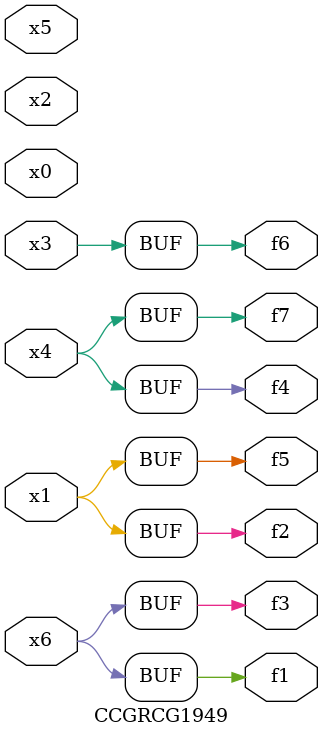
<source format=v>
module CCGRCG1949(
	input x0, x1, x2, x3, x4, x5, x6,
	output f1, f2, f3, f4, f5, f6, f7
);
	assign f1 = x6;
	assign f2 = x1;
	assign f3 = x6;
	assign f4 = x4;
	assign f5 = x1;
	assign f6 = x3;
	assign f7 = x4;
endmodule

</source>
